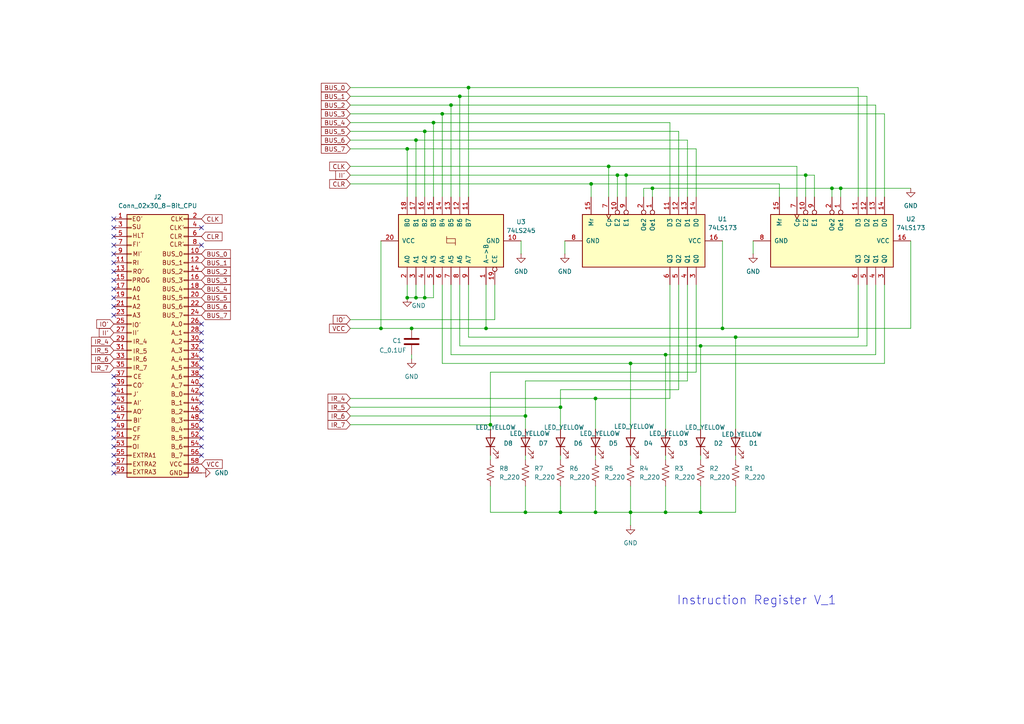
<source format=kicad_sch>
(kicad_sch (version 20231120) (generator "eeschema") (generator_version "8.0")
  (paper "A4")
  (lib_symbols
    (symbol "74xx:74LS173" (pin_names (offset 1.016))
      (property "Reference" "U" (at -7.62 19.05 0))
      (property "Value" "74LS173" (at -7.62 -19.05 0))
      (symbol "74LS173_1_0"
        (pin input inverted (at -12.7 2.54 0) (length 5.08) (name "Oe1") (number "1"))
        (pin input inverted (at -12.7 -7.62 0) (length 5.08) (name "E2") (number "10"))
        (pin input line (at -12.7 7.62 0) (length 5.08) (name "D3") (number "11"))
        (pin input line (at -12.7 10.16 0) (length 5.08) (name "D2") (number "12"))
        (pin input line (at -12.7 12.7 0) (length 5.08) (name "D1") (number "13"))
        (pin input line (at -12.7 15.24 0) (length 5.08) (name "D0") (number "14"))
        (pin input line (at -12.7 -15.24 0) (length 5.08) (name "Mr") (number "15"))
        (pin power_in line (at 0 22.86 270) (length 5.08) (name "VCC") (number "16"))
        (pin input inverted (at -12.7 0 0) (length 5.08) (name "Oe2") (number "2"))
        (pin tri_state line (at 12.7 15.24 180) (length 5.08) (name "Q0") (number "3"))
        (pin tri_state line (at 12.7 12.7 180) (length 5.08) (name "Q1") (number "4"))
        (pin tri_state line (at 12.7 10.16 180) (length 5.08) (name "Q2") (number "5"))
        (pin tri_state line (at 12.7 7.62 180) (length 5.08) (name "Q3") (number "6"))
        (pin input clock (at -12.7 -10.16 0) (length 5.08) (name "Cp") (number "7"))
        (pin power_in line (at 0 -22.86 90) (length 5.08) (name "GND") (number "8"))
        (pin input inverted (at -12.7 -5.08 0) (length 5.08) (name "E1") (number "9"))
      )
      (symbol "74LS173_1_1"
        (rectangle (start -7.62 17.78) (end 7.62 -17.78) (stroke (width 0.254)) (fill (type background)))
      )
    )
    (symbol "74xx:74LS245" (pin_names (offset 1.016))
      (property "Reference" "U" (at -7.62 16.51 0))
      (property "Value" "74LS245" (at -7.62 -16.51 0))
      (symbol "74LS245_1_0"
        (polyline (pts (xy -0.635 -1.27) (xy -0.635 1.27) (xy 0.635 1.27)))
        (polyline (pts (xy -1.27 -1.27) (xy 0.635 -1.27) (xy 0.635 1.27) (xy 1.27 1.27)))
        (pin input line (at -12.7 -10.16 0) (length 5.08) (name "A->B") (number "1"))
        (pin power_in line (at 0 -20.32 90) (length 5.08) (name "GND") (number "10"))
        (pin tri_state line (at 12.7 -5.08 180) (length 5.08) (name "B7") (number "11"))
        (pin tri_state line (at 12.7 -2.54 180) (length 5.08) (name "B6") (number "12"))
        (pin tri_state line (at 12.7 0 180) (length 5.08) (name "B5") (number "13"))
        (pin tri_state line (at 12.7 2.54 180) (length 5.08) (name "B4") (number "14"))
        (pin tri_state line (at 12.7 5.08 180) (length 5.08) (name "B3") (number "15"))
        (pin tri_state line (at 12.7 7.62 180) (length 5.08) (name "B2") (number "16"))
        (pin tri_state line (at 12.7 10.16 180) (length 5.08) (name "B1") (number "17"))
        (pin tri_state line (at 12.7 12.7 180) (length 5.08) (name "B0") (number "18"))
        (pin input inverted (at -12.7 -12.7 0) (length 5.08) (name "CE") (number "19"))
        (pin tri_state line (at -12.7 12.7 0) (length 5.08) (name "A0") (number "2"))
        (pin power_in line (at 0 20.32 270) (length 5.08) (name "VCC") (number "20"))
        (pin tri_state line (at -12.7 10.16 0) (length 5.08) (name "A1") (number "3"))
        (pin tri_state line (at -12.7 7.62 0) (length 5.08) (name "A2") (number "4"))
        (pin tri_state line (at -12.7 5.08 0) (length 5.08) (name "A3") (number "5"))
        (pin tri_state line (at -12.7 2.54 0) (length 5.08) (name "A4") (number "6"))
        (pin tri_state line (at -12.7 0 0) (length 5.08) (name "A5") (number "7"))
        (pin tri_state line (at -12.7 -2.54 0) (length 5.08) (name "A6") (number "8"))
        (pin tri_state line (at -12.7 -5.08 0) (length 5.08) (name "A7") (number "9"))
      )
      (symbol "74LS245_1_1"
        (rectangle (start -7.62 15.24) (end 7.62 -15.24) (stroke (width 0.254)) (fill (type background)))
      )
    )
    (symbol "8_Bit_CPU_Bus_Header:8_Bit_CPU_Bus_Pin_header" (pin_names (offset 1.016) hide)
      (property "Reference" "J" (at 7.62 38.1 0))
      (property "Value" "Conn_02x30_8-Bit_CPU " (at 2.794 -41.148 0))
      (symbol "8_Bit_CPU_Bus_Pin_header_1_1"
        (rectangle (start -7.62 -37.973) (end -6.35 -38.227) (stroke (width 0.1524)))
        (rectangle (start -7.62 -35.433) (end -6.35 -35.687) (stroke (width 0.1524)))
        (rectangle (start -7.62 -32.893) (end -6.35 -33.147) (stroke (width 0.1524)))
        (rectangle (start -7.62 -30.353) (end -6.35 -30.607) (stroke (width 0.1524)))
        (rectangle (start -7.62 -27.813) (end -6.35 -28.067) (stroke (width 0.1524)))
        (rectangle (start -7.62 -25.273) (end -6.35 -25.527) (stroke (width 0.1524)))
        (rectangle (start -7.62 -22.733) (end -6.35 -22.987) (stroke (width 0.1524)))
        (rectangle (start -7.62 -20.193) (end -6.35 -20.447) (stroke (width 0.1524)))
        (rectangle (start -7.62 -17.653) (end -6.35 -17.907) (stroke (width 0.1524)))
        (rectangle (start -7.62 -15.113) (end -6.35 -15.367) (stroke (width 0.1524)))
        (rectangle (start -7.62 -12.573) (end -6.35 -12.827) (stroke (width 0.1524)))
        (rectangle (start -7.62 -10.033) (end -6.35 -10.287) (stroke (width 0.1524)))
        (rectangle (start -7.62 -7.493) (end -6.35 -7.747) (stroke (width 0.1524)))
        (rectangle (start -7.62 -4.953) (end -6.35 -5.207) (stroke (width 0.1524)))
        (rectangle (start -7.62 -2.413) (end -6.35 -2.667) (stroke (width 0.1524)))
        (rectangle (start -7.62 0.127) (end -6.35 -0.127) (stroke (width 0.1524)))
        (rectangle (start -7.62 2.667) (end -6.35 2.413) (stroke (width 0.1524)))
        (rectangle (start -7.62 5.207) (end -6.35 4.953) (stroke (width 0.1524)))
        (rectangle (start -7.62 7.747) (end -6.35 7.493) (stroke (width 0.1524)))
        (rectangle (start -7.62 10.287) (end -6.35 10.033) (stroke (width 0.1524)))
        (rectangle (start -7.62 12.827) (end -6.35 12.573) (stroke (width 0.1524)))
        (rectangle (start -7.62 15.367) (end -6.35 15.113) (stroke (width 0.1524)))
        (rectangle (start -7.62 17.907) (end -6.35 17.653) (stroke (width 0.1524)))
        (rectangle (start -7.62 20.447) (end -6.35 20.193) (stroke (width 0.1524)))
        (rectangle (start -7.62 22.987) (end -6.35 22.733) (stroke (width 0.1524)))
        (rectangle (start -7.62 25.527) (end -6.35 25.273) (stroke (width 0.1524)))
        (rectangle (start -7.62 28.067) (end -6.35 27.813) (stroke (width 0.1524)))
        (rectangle (start -7.62 30.607) (end -6.35 30.353) (stroke (width 0.1524)))
        (rectangle (start -7.62 33.147) (end -6.35 32.893) (stroke (width 0.1524)))
        (rectangle (start -7.62 35.687) (end -6.35 35.433) (stroke (width 0.1524)))
        (rectangle (start -7.62 36.83) (end 10.16 -39.37) (stroke (width 0.254)) (fill (type background)))
        (rectangle (start 10.16 -37.973) (end 8.89 -38.227) (stroke (width 0.1524)))
        (rectangle (start 10.16 -35.433) (end 8.89 -35.687) (stroke (width 0.1524)))
        (rectangle (start 10.16 -32.893) (end 8.89 -33.147) (stroke (width 0.1524)))
        (rectangle (start 10.16 -30.353) (end 8.89 -30.607) (stroke (width 0.1524)))
        (rectangle (start 10.16 -27.813) (end 8.89 -28.067) (stroke (width 0.1524)))
        (rectangle (start 10.16 -25.273) (end 8.89 -25.527) (stroke (width 0.1524)))
        (rectangle (start 10.16 -22.733) (end 8.89 -22.987) (stroke (width 0.1524)))
        (rectangle (start 10.16 -20.193) (end 8.89 -20.447) (stroke (width 0.1524)))
        (rectangle (start 10.16 -17.653) (end 8.89 -17.907) (stroke (width 0.1524)))
        (rectangle (start 10.16 -15.113) (end 8.89 -15.367) (stroke (width 0.1524)))
        (rectangle (start 10.16 -12.573) (end 8.89 -12.827) (stroke (width 0.1524)))
        (rectangle (start 10.16 -10.033) (end 8.89 -10.287) (stroke (width 0.1524)))
        (rectangle (start 10.16 -7.493) (end 8.89 -7.747) (stroke (width 0.1524)))
        (rectangle (start 10.16 -4.953) (end 8.89 -5.207) (stroke (width 0.1524)))
        (rectangle (start 10.16 -2.413) (end 8.89 -2.667) (stroke (width 0.1524)))
        (rectangle (start 10.16 0.127) (end 8.89 -0.127) (stroke (width 0.1524)))
        (rectangle (start 10.16 2.667) (end 8.89 2.413) (stroke (width 0.1524)))
        (rectangle (start 10.16 5.207) (end 8.89 4.953) (stroke (width 0.1524)))
        (rectangle (start 10.16 7.747) (end 8.89 7.493) (stroke (width 0.1524)))
        (rectangle (start 10.16 10.287) (end 8.89 10.033) (stroke (width 0.1524)))
        (rectangle (start 10.16 12.827) (end 8.89 12.573) (stroke (width 0.1524)))
        (rectangle (start 10.16 15.367) (end 8.89 15.113) (stroke (width 0.1524)))
        (rectangle (start 10.16 17.907) (end 8.89 17.653) (stroke (width 0.1524)))
        (rectangle (start 10.16 20.447) (end 8.89 20.193) (stroke (width 0.1524)))
        (rectangle (start 10.16 22.987) (end 8.89 22.733) (stroke (width 0.1524)))
        (rectangle (start 10.16 25.527) (end 8.89 25.273) (stroke (width 0.1524)))
        (rectangle (start 10.16 28.067) (end 8.89 27.813) (stroke (width 0.1524)))
        (rectangle (start 10.16 30.607) (end 8.89 30.353) (stroke (width 0.1524)))
        (rectangle (start 10.16 33.147) (end 8.89 32.893) (stroke (width 0.1524)))
        (rectangle (start 10.16 35.687) (end 8.89 35.433) (stroke (width 0.1524)))
        (text "A0" (at -4.826 15.24 0) (effects (font (size 1.27 1.27))))
        (text "A1" (at -4.826 12.7 0) (effects (font (size 1.27 1.27))))
        (text "A2" (at -4.826 10.16 0) (effects (font (size 1.27 1.27))))
        (text "A3" (at -4.826 7.62 0) (effects (font (size 1.27 1.27))))
        (text "A_0" (at 6.858 5.08 0) (effects (font (size 1.27 1.27))))
        (text "A_1" (at 6.858 2.54 0) (effects (font (size 1.27 1.27))))
        (text "A_2" (at 6.858 0 0) (effects (font (size 1.27 1.27))))
        (text "A_3" (at 6.858 -2.54 0) (effects (font (size 1.27 1.27))))
        (text "A_4" (at 6.858 -5.08 0) (effects (font (size 1.27 1.27))))
        (text "A_5" (at 6.858 -7.62 0) (effects (font (size 1.27 1.27))))
        (text "A_6" (at 6.858 -10.16 0) (effects (font (size 1.27 1.27))))
        (text "A_7" (at 6.858 -12.7 0) (effects (font (size 1.27 1.27))))
        (text "AI'" (at -4.572 -17.78 0) (effects (font (size 1.27 1.27))))
        (text "AO'" (at -4.318 -20.32 0) (effects (font (size 1.27 1.27))))
        (text "B_0" (at 6.858 -15.24 0) (effects (font (size 1.27 1.27))))
        (text "B_1" (at 6.858 -17.78 0) (effects (font (size 1.27 1.27))))
        (text "B_2" (at 6.858 -20.32 0) (effects (font (size 1.27 1.27))))
        (text "B_3" (at 6.858 -22.86 0) (effects (font (size 1.27 1.27))))
        (text "B_4" (at 6.858 -25.4 0) (effects (font (size 1.27 1.27))))
        (text "B_5" (at 6.858 -27.94 0) (effects (font (size 1.27 1.27))))
        (text "B_6" (at 6.858 -30.48 0) (effects (font (size 1.27 1.27))))
        (text "B_7" (at 6.858 -33.02 0) (effects (font (size 1.27 1.27))))
        (text "BI'" (at -4.572 -22.86 0) (effects (font (size 1.27 1.27))))
        (text "BUS_0" (at 5.588 25.4 0) (effects (font (size 1.27 1.27))))
        (text "BUS_1" (at 5.588 22.86 0) (effects (font (size 1.27 1.27))))
        (text "BUS_2" (at 5.588 20.32 0) (effects (font (size 1.27 1.27))))
        (text "BUS_3" (at 5.588 17.78 0) (effects (font (size 1.27 1.27))))
        (text "BUS_4" (at 5.588 15.24 0) (effects (font (size 1.27 1.27))))
        (text "BUS_5" (at 5.588 12.7 0) (effects (font (size 1.27 1.27))))
        (text "BUS_6" (at 5.588 10.16 0) (effects (font (size 1.27 1.27))))
        (text "BUS_7" (at 5.588 7.62 0) (effects (font (size 1.27 1.27))))
        (text "CE" (at -4.572 -10.16 0) (effects (font (size 1.27 1.27))))
        (text "CF" (at -4.826 -25.4 0) (effects (font (size 1.27 1.27))))
        (text "CLK" (at 6.858 35.56 0) (effects (font (size 1.27 1.27))))
        (text "CLK'" (at 6.858 33.02 0) (effects (font (size 1.27 1.27))))
        (text "CLR" (at 6.604 30.48 0) (effects (font (size 1.27 1.27))))
        (text "CLR'" (at 6.858 28.194 0) (effects (font (size 1.27 1.27))))
        (text "CO'" (at -4.318 -12.7 0) (effects (font (size 1.27 1.27))))
        (text "EO'" (at -4.572 35.56 0) (effects (font (size 1.27 1.27))))
        (text "EXTRA1" (at -2.54 -33.02 0) (effects (font (size 1.27 1.27))))
        (text "EXTRA2" (at -2.54 -35.56 0) (effects (font (size 1.27 1.27))))
        (text "EXTRA3" (at -2.54 -37.846 0) (effects (font (size 1.27 1.27))))
        (text "FI'" (at -4.826 28.194 0) (effects (font (size 1.27 1.27))))
        (text "GND" (at 6.604 -38.1 0) (effects (font (size 1.27 1.27))))
        (text "HLT" (at -4.318 30.734 0) (effects (font (size 1.27 1.27))))
        (text "II'" (at -5.08 2.54 0) (effects (font (size 1.27 1.27))))
        (text "IO'" (at -4.826 4.826 0) (effects (font (size 1.27 1.27))))
        (text "IR_4" (at -3.81 0 0) (effects (font (size 1.27 1.27))))
        (text "IR_5" (at -3.81 -2.794 0) (effects (font (size 1.27 1.27))))
        (text "IR_6" (at -3.81 -5.08 0) (effects (font (size 1.27 1.27))))
        (text "IR_7" (at -3.81 -7.62 0) (effects (font (size 1.27 1.27))))
        (text "J'" (at -5.08 -15.24 0) (effects (font (size 1.27 1.27))))
        (text "MI'" (at -4.572 25.4 0) (effects (font (size 1.27 1.27))))
        (text "OI" (at -5.08 -30.48 0) (effects (font (size 1.27 1.27))))
        (text "PROG" (at -3.556 17.78 0) (effects (font (size 1.27 1.27))))
        (text "RI" (at -5.08 22.86 0) (effects (font (size 1.27 1.27))))
        (text "RO'" (at -4.318 20.32 0) (effects (font (size 1.27 1.27))))
        (text "SU" (at -4.826 33.274 0) (effects (font (size 1.27 1.27))))
        (text "VCC" (at 6.604 -35.56 0) (effects (font (size 1.27 1.27))))
        (text "ZF" (at -4.826 -27.94 0) (effects (font (size 1.27 1.27))))
        (pin passive line (at -11.43 35.56 0) (length 3.81) (name "Pin_1") (number "1"))
        (pin passive line (at 13.97 25.4 180) (length 3.81) (name "Pin_10") (number "10"))
        (pin passive line (at -11.43 22.86 0) (length 3.81) (name "Pin_11") (number "11"))
        (pin passive line (at 13.97 22.86 180) (length 3.81) (name "Pin_12") (number "12"))
        (pin passive line (at -11.43 20.32 0) (length 3.81) (name "Pin_13") (number "13"))
        (pin passive line (at 13.97 20.32 180) (length 3.81) (name "Pin_14") (number "14"))
        (pin passive line (at -11.43 17.78 0) (length 3.81) (name "Pin_15") (number "15"))
        (pin passive line (at 13.97 17.78 180) (length 3.81) (name "Pin_16") (number "16"))
        (pin passive line (at -11.43 15.24 0) (length 3.81) (name "Pin_17") (number "17"))
        (pin passive line (at 13.97 15.24 180) (length 3.81) (name "Pin_18") (number "18"))
        (pin passive line (at -11.43 12.7 0) (length 3.81) (name "Pin_19") (number "19"))
        (pin passive line (at 13.97 35.56 180) (length 3.81) (name "Pin_2") (number "2"))
        (pin passive line (at 13.97 12.7 180) (length 3.81) (name "Pin_20") (number "20"))
        (pin passive line (at -11.43 10.16 0) (length 3.81) (name "Pin_21") (number "21"))
        (pin passive line (at 13.97 10.16 180) (length 3.81) (name "Pin_22") (number "22"))
        (pin passive line (at -11.43 7.62 0) (length 3.81) (name "Pin_23") (number "23"))
        (pin passive line (at 13.97 7.62 180) (length 3.81) (name "Pin_24") (number "24"))
        (pin passive line (at -11.43 5.08 0) (length 3.81) (name "Pin_25") (number "25"))
        (pin passive line (at 13.97 5.08 180) (length 3.81) (name "Pin_26") (number "26"))
        (pin passive line (at -11.43 2.54 0) (length 3.81) (name "Pin_27") (number "27"))
        (pin passive line (at 13.97 2.54 180) (length 3.81) (name "Pin_28") (number "28"))
        (pin passive line (at -11.43 0 0) (length 3.81) (name "Pin_29") (number "29"))
        (pin passive line (at -11.43 33.02 0) (length 3.81) (name "Pin_3") (number "3"))
        (pin passive line (at 13.97 0 180) (length 3.81) (name "Pin_30") (number "30"))
        (pin passive line (at -11.43 -2.54 0) (length 3.81) (name "Pin_31") (number "31"))
        (pin passive line (at 13.97 -2.54 180) (length 3.81) (name "Pin_32") (number "32"))
        (pin passive line (at -11.43 -5.08 0) (length 3.81) (name "Pin_33") (number "33"))
        (pin passive line (at 13.97 -5.08 180) (length 3.81) (name "Pin_34") (number "34"))
        (pin passive line (at -11.43 -7.62 0) (length 3.81) (name "Pin_35") (number "35"))
        (pin passive line (at 13.97 -7.62 180) (length 3.81) (name "Pin_36") (number "36"))
        (pin passive line (at -11.43 -10.16 0) (length 3.81) (name "Pin_37") (number "37"))
        (pin passive line (at 13.97 -10.16 180) (length 3.81) (name "Pin_38") (number "38"))
        (pin passive line (at -11.43 -12.7 0) (length 3.81) (name "Pin_39") (number "39"))
        (pin passive line (at 13.97 33.02 180) (length 3.81) (name "Pin_4") (number "4"))
        (pin passive line (at 13.97 -12.7 180) (length 3.81) (name "Pin_40") (number "40"))
        (pin passive line (at -11.43 -15.24 0) (length 3.81) (name "Pin_41") (number "41"))
        (pin passive line (at 13.97 -15.24 180) (length 3.81) (name "Pin_42") (number "42"))
        (pin passive line (at -11.43 -17.78 0) (length 3.81) (name "Pin_43") (number "43"))
        (pin passive line (at 13.97 -17.78 180) (length 3.81) (name "Pin_44") (number "44"))
        (pin passive line (at -11.43 -20.32 0) (length 3.81) (name "Pin_45") (number "45"))
        (pin passive line (at 13.97 -20.32 180) (length 3.81) (name "Pin_46") (number "46"))
        (pin passive line (at -11.43 -22.86 0) (length 3.81) (name "Pin_47") (number "47"))
        (pin passive line (at 13.97 -22.86 180) (length 3.81) (name "Pin_48") (number "48"))
        (pin passive line (at -11.43 -25.4 0) (length 3.81) (name "Pin_49") (number "49"))
        (pin passive line (at -11.43 30.48 0) (length 3.81) (name "Pin_5") (number "5"))
        (pin passive line (at 13.97 -25.4 180) (length 3.81) (name "Pin_50") (number "50"))
        (pin passive line (at -11.43 -27.94 0) (length 3.81) (name "Pin_51") (number "51"))
        (pin passive line (at 13.97 -27.94 180) (length 3.81) (name "Pin_52") (number "52"))
        (pin passive line (at -11.43 -30.48 0) (length 3.81) (name "Pin_53") (number "53"))
        (pin passive line (at 13.97 -30.48 180) (length 3.81) (name "Pin_54") (number "54"))
        (pin passive line (at -11.43 -33.02 0) (length 3.81) (name "Pin_55") (number "55"))
        (pin passive line (at 13.97 -33.02 180) (length 3.81) (name "Pin_56") (number "56"))
        (pin passive line (at -11.43 -35.56 0) (length 3.81) (name "Pin_57") (number "57"))
        (pin passive line (at 13.97 -35.56 180) (length 3.81) (name "Pin_58") (number "58"))
        (pin passive line (at -11.43 -38.1 0) (length 3.81) (name "Pin_59") (number "59"))
        (pin passive line (at 13.97 30.48 180) (length 3.81) (name "Pin_6") (number "6"))
        (pin passive line (at 13.97 -38.1 180) (length 3.81) (name "Pin_60") (number "60"))
        (pin passive line (at -11.43 27.94 0) (length 3.81) (name "Pin_7") (number "7"))
        (pin passive line (at 13.97 27.94 180) (length 3.81) (name "Pin_8") (number "8"))
        (pin passive line (at -11.43 25.4 0) (length 3.81) (name "Pin_9") (number "9"))
      )
    )
    (symbol "Device:C" (pin_numbers hide) (pin_names (offset 0.254))
      (property "Reference" "C" (at 0.635 2.54 0))
      (property "Value" "C" (at 0.635 -2.54 0))
      (symbol "C_0_1"
        (polyline (pts (xy -2.032 -0.762) (xy 2.032 -0.762)) (stroke (width 0.508)))
        (polyline (pts (xy -2.032 0.762) (xy 2.032 0.762)) (stroke (width 0.508)))
      )
      (symbol "C_1_1"
        (pin passive line (at 0 3.81 270) (length 2.794) (name "~") (number "1"))
        (pin passive line (at 0 -3.81 90) (length 2.794) (name "~") (number "2"))
      )
    )
    (symbol "Device:LED" (pin_numbers hide) (pin_names (offset 1.016) hide)
      (property "Reference" "D" (at 0 2.54 0))
      (property "Value" "LED" (at 0 -2.54 0))
      (symbol "LED_0_1"
        (polyline (pts (xy -1.27 -1.27) (xy -1.27 1.27)) (stroke (width 0.254)))
        (polyline (pts (xy -1.27 0) (xy 1.27 0)))
        (polyline (pts (xy 1.27 -1.27) (xy 1.27 1.27) (xy -1.27 0) (xy 1.27 -1.27)) (stroke (width 0.254)))
        (polyline (pts (xy -3.048 -0.762) (xy -4.572 -2.286) (xy -3.81 -2.286) (xy -4.572 -2.286) (xy -4.572 -1.524)))
        (polyline (pts (xy -1.778 -0.762) (xy -3.302 -2.286) (xy -2.54 -2.286) (xy -3.302 -2.286) (xy -3.302 -1.524)))
      )
      (symbol "LED_1_1"
        (pin passive line (at -3.81 0 0) (length 2.54) (name "K") (number "1"))
        (pin passive line (at 3.81 0 180) (length 2.54) (name "A") (number "2"))
      )
    )
    (symbol "Device:R_US" (pin_numbers hide) (pin_names (offset 0))
      (property "Reference" "R" (at 2.54 0 90))
      (property "Value" "R_US" (at -2.54 0 90))
      (symbol "R_US_0_1"
        (polyline (pts (xy 0 -2.286) (xy 0 -2.54)))
        (polyline (pts (xy 0 2.286) (xy 0 2.54)))
        (polyline (pts (xy 0 -0.762) (xy 1.016 -1.143) (xy 0 -1.524) (xy -1.016 -1.905) (xy 0 -2.286)))
        (polyline (pts (xy 0 0.762) (xy 1.016 0.381) (xy 0 0) (xy -1.016 -0.381) (xy 0 -0.762)))
        (polyline (pts (xy 0 2.286) (xy 1.016 1.905) (xy 0 1.524) (xy -1.016 1.143) (xy 0 0.762)))
      )
      (symbol "R_US_1_1"
        (pin passive line (at 0 3.81 270) (length 1.27) (name "~") (number "1"))
        (pin passive line (at 0 -3.81 90) (length 1.27) (name "~") (number "2"))
      )
    )
    (symbol "power:GND" (power) (pin_numbers hide) (pin_names (offset 0) hide)
      (property "Value" "GND" (at 0 -3.81 0))
      (symbol "GND_0_1"
        (polyline (pts (xy 0 0) (xy 0 -1.27) (xy 1.27 -1.27) (xy 0 -2.54) (xy -1.27 -1.27) (xy 0 -1.27)))
      )
      (symbol "GND_1_1"
        (pin power_in line (at 0 0 270) (length 0) (name "~") (number "1"))
      )
    )
  )
  (junction (at 172.72 148.59))
  (junction (at 140.97 95.25))
  (junction (at 135.89 25.4))
  (junction (at 125.73 35.56))
  (junction (at 162.56 148.59))
  (junction (at 152.4 148.59))
  (junction (at 193.04 148.59))
  (junction (at 119.38 95.25))
  (junction (at 118.11 43.18))
  (junction (at 182.88 148.59))
  (junction (at 123.19 86.36))
  (junction (at 241.3 54.61))
  (junction (at 243.84 54.61))
  (junction (at 171.45 53.34))
  (junction (at 181.61 50.8))
  (junction (at 233.68 50.8))
  (junction (at 142.24 123.19))
  (junction (at 213.36 97.79))
  (junction (at 120.65 86.36))
  (junction (at 120.65 40.64))
  (junction (at 123.19 38.1))
  (junction (at 133.35 27.94))
  (junction (at 209.55 95.25))
  (junction (at 162.56 118.11))
  (junction (at 130.81 30.48))
  (junction (at 189.23 54.61))
  (junction (at 128.27 33.02))
  (junction (at 152.4 120.65))
  (junction (at 203.2 100.33))
  (junction (at 203.2 148.59))
  (junction (at 182.88 105.41))
  (junction (at 179.07 50.8))
  (junction (at 193.04 102.87))
  (junction (at 172.72 115.57))
  (junction (at 110.49 95.25))
  (junction (at 176.53 48.26))
  (junction (at 118.11 86.36))
  (no_connect (at 58.42 71.12))
  (no_connect (at 58.42 93.98))
  (no_connect (at 33.02 121.92))
  (no_connect (at 58.42 66.04))
  (no_connect (at 33.02 129.54))
  (no_connect (at 33.02 83.82))
  (no_connect (at 33.02 119.38))
  (no_connect (at 58.42 109.22))
  (no_connect (at 33.02 63.5))
  (no_connect (at 58.42 101.6))
  (no_connect (at 33.02 86.36))
  (no_connect (at 58.42 124.46))
  (no_connect (at 58.42 121.92))
  (no_connect (at 33.02 132.08))
  (no_connect (at 58.42 114.3))
  (no_connect (at 33.02 78.74))
  (no_connect (at 58.42 127))
  (no_connect (at 33.02 137.16))
  (no_connect (at 58.42 106.68))
  (no_connect (at 58.42 132.08))
  (no_connect (at 58.42 99.06))
  (no_connect (at 58.42 111.76))
  (no_connect (at 58.42 96.52))
  (no_connect (at 33.02 109.22))
  (no_connect (at 33.02 68.58))
  (no_connect (at 58.42 119.38))
  (no_connect (at 33.02 127))
  (no_connect (at 58.42 104.14))
  (no_connect (at 58.42 116.84))
  (no_connect (at 33.02 116.84))
  (no_connect (at 33.02 73.66))
  (no_connect (at 58.42 129.54))
  (no_connect (at 33.02 81.28))
  (no_connect (at 33.02 88.9))
  (no_connect (at 33.02 91.44))
  (no_connect (at 33.02 76.2))
  (no_connect (at 33.02 114.3))
  (no_connect (at 33.02 124.46))
  (no_connect (at 33.02 71.12))
  (no_connect (at 33.02 134.62))
  (no_connect (at 33.02 66.04))
  (no_connect (at 33.02 111.76))
  (wire (pts (xy 101.6 123.19) (xy 142.24 123.19)))
  (wire (pts (xy 251.46 27.94) (xy 251.46 57.15)))
  (wire (pts (xy 101.6 35.56) (xy 125.73 35.56)))
  (wire (pts (xy 101.6 43.18) (xy 118.11 43.18)))
  (wire (pts (xy 162.56 140.97) (xy 162.56 148.59)))
  (wire (pts (xy 130.81 102.87) (xy 130.81 82.55)))
  (wire (pts (xy 186.69 57.15) (xy 186.69 54.61)))
  (wire (pts (xy 213.36 97.79) (xy 213.36 124.46)))
  (wire (pts (xy 101.6 50.8) (xy 179.07 50.8)))
  (wire (pts (xy 125.73 82.55) (xy 125.73 86.36)))
  (wire (pts (xy 203.2 100.33) (xy 251.46 100.33)))
  (wire (pts (xy 118.11 82.55) (xy 118.11 86.36)))
  (wire (pts (xy 176.53 48.26) (xy 231.14 48.26)))
  (wire (pts (xy 203.2 100.33) (xy 133.35 100.33)))
  (wire (pts (xy 213.36 132.08) (xy 213.36 133.35)))
  (wire (pts (xy 135.89 25.4) (xy 135.89 57.15)))
  (wire (pts (xy 213.36 97.79) (xy 248.92 97.79)))
  (wire (pts (xy 194.31 115.57) (xy 172.72 115.57)))
  (wire (pts (xy 194.31 82.55) (xy 194.31 115.57)))
  (wire (pts (xy 251.46 82.55) (xy 251.46 100.33)))
  (wire (pts (xy 120.65 40.64) (xy 120.65 57.15)))
  (wire (pts (xy 218.44 69.85) (xy 218.44 73.66)))
  (wire (pts (xy 123.19 86.36) (xy 120.65 86.36)))
  (wire (pts (xy 162.56 148.59) (xy 172.72 148.59)))
  (wire (pts (xy 101.6 25.4) (xy 135.89 25.4)))
  (wire (pts (xy 193.04 132.08) (xy 193.04 133.35)))
  (wire (pts (xy 203.2 132.08) (xy 203.2 133.35)))
  (wire (pts (xy 172.72 132.08) (xy 172.72 133.35)))
  (wire (pts (xy 203.2 140.97) (xy 203.2 148.59)))
  (wire (pts (xy 142.24 140.97) (xy 142.24 148.59)))
  (wire (pts (xy 201.93 82.55) (xy 201.93 107.95)))
  (wire (pts (xy 248.92 25.4) (xy 248.92 57.15)))
  (wire (pts (xy 193.04 148.59) (xy 182.88 148.59)))
  (wire (pts (xy 189.23 54.61) (xy 189.23 57.15)))
  (wire (pts (xy 101.6 33.02) (xy 128.27 33.02)))
  (wire (pts (xy 152.4 132.08) (xy 152.4 133.35)))
  (wire (pts (xy 101.6 38.1) (xy 123.19 38.1)))
  (wire (pts (xy 140.97 82.55) (xy 140.97 95.25)))
  (wire (pts (xy 162.56 113.03) (xy 162.56 118.11)))
  (wire (pts (xy 193.04 102.87) (xy 193.04 124.46)))
  (wire (pts (xy 101.6 92.71) (xy 143.51 92.71)))
  (wire (pts (xy 151.13 69.85) (xy 151.13 73.66)))
  (wire (pts (xy 152.4 148.59) (xy 162.56 148.59)))
  (wire (pts (xy 189.23 54.61) (xy 241.3 54.61)))
  (wire (pts (xy 110.49 69.85) (xy 110.49 95.25)))
  (wire (pts (xy 254 82.55) (xy 254 102.87)))
  (wire (pts (xy 233.68 50.8) (xy 236.22 50.8)))
  (wire (pts (xy 264.16 69.85) (xy 264.16 95.25)))
  (wire (pts (xy 120.65 40.64) (xy 199.39 40.64)))
  (wire (pts (xy 119.38 102.87) (xy 119.38 104.14)))
  (wire (pts (xy 142.24 123.19) (xy 142.24 124.46)))
  (wire (pts (xy 101.6 40.64) (xy 120.65 40.64)))
  (wire (pts (xy 133.35 27.94) (xy 251.46 27.94)))
  (wire (pts (xy 152.4 110.49) (xy 152.4 120.65)))
  (wire (pts (xy 123.19 82.55) (xy 123.19 86.36)))
  (wire (pts (xy 231.14 57.15) (xy 231.14 48.26)))
  (wire (pts (xy 163.83 69.85) (xy 163.83 73.66)))
  (wire (pts (xy 125.73 35.56) (xy 125.73 57.15)))
  (wire (pts (xy 179.07 50.8) (xy 181.61 50.8)))
  (wire (pts (xy 123.19 38.1) (xy 196.85 38.1)))
  (wire (pts (xy 142.24 132.08) (xy 142.24 133.35)))
  (wire (pts (xy 135.89 97.79) (xy 135.89 82.55)))
  (wire (pts (xy 101.6 48.26) (xy 176.53 48.26)))
  (wire (pts (xy 201.93 43.18) (xy 201.93 57.15)))
  (wire (pts (xy 101.6 53.34) (xy 171.45 53.34)))
  (wire (pts (xy 125.73 35.56) (xy 194.31 35.56)))
  (wire (pts (xy 123.19 86.36) (xy 125.73 86.36)))
  (wire (pts (xy 162.56 132.08) (xy 162.56 133.35)))
  (wire (pts (xy 193.04 140.97) (xy 193.04 148.59)))
  (wire (pts (xy 203.2 100.33) (xy 203.2 124.46)))
  (wire (pts (xy 241.3 54.61) (xy 241.3 57.15)))
  (wire (pts (xy 199.39 40.64) (xy 199.39 57.15)))
  (wire (pts (xy 128.27 82.55) (xy 128.27 105.41)))
  (wire (pts (xy 193.04 102.87) (xy 130.81 102.87)))
  (wire (pts (xy 213.36 97.79) (xy 135.89 97.79)))
  (wire (pts (xy 182.88 105.41) (xy 182.88 124.46)))
  (wire (pts (xy 142.24 107.95) (xy 142.24 123.19)))
  (wire (pts (xy 172.72 148.59) (xy 182.88 148.59)))
  (wire (pts (xy 152.4 140.97) (xy 152.4 148.59)))
  (wire (pts (xy 133.35 27.94) (xy 133.35 57.15)))
  (wire (pts (xy 196.85 113.03) (xy 162.56 113.03)))
  (wire (pts (xy 179.07 50.8) (xy 179.07 57.15)))
  (wire (pts (xy 101.6 27.94) (xy 133.35 27.94)))
  (wire (pts (xy 182.88 140.97) (xy 182.88 148.59)))
  (wire (pts (xy 256.54 82.55) (xy 256.54 105.41)))
  (wire (pts (xy 226.06 53.34) (xy 226.06 57.15)))
  (wire (pts (xy 120.65 82.55) (xy 120.65 86.36)))
  (wire (pts (xy 199.39 82.55) (xy 199.39 110.49)))
  (wire (pts (xy 243.84 54.61) (xy 243.84 57.15)))
  (wire (pts (xy 123.19 38.1) (xy 123.19 57.15)))
  (wire (pts (xy 203.2 148.59) (xy 193.04 148.59)))
  (wire (pts (xy 182.88 132.08) (xy 182.88 133.35)))
  (wire (pts (xy 118.11 43.18) (xy 118.11 57.15)))
  (wire (pts (xy 181.61 50.8) (xy 233.68 50.8)))
  (wire (pts (xy 176.53 48.26) (xy 176.53 57.15)))
  (wire (pts (xy 181.61 50.8) (xy 181.61 57.15)))
  (wire (pts (xy 143.51 82.55) (xy 143.51 92.71)))
  (wire (pts (xy 209.55 69.85) (xy 209.55 95.25)))
  (wire (pts (xy 226.06 53.34) (xy 171.45 53.34)))
  (wire (pts (xy 194.31 35.56) (xy 194.31 57.15)))
  (wire (pts (xy 236.22 57.15) (xy 236.22 50.8)))
  (wire (pts (xy 135.89 25.4) (xy 248.92 25.4)))
  (wire (pts (xy 130.81 30.48) (xy 130.81 57.15)))
  (wire (pts (xy 243.84 54.61) (xy 264.16 54.61)))
  (wire (pts (xy 241.3 54.61) (xy 243.84 54.61)))
  (wire (pts (xy 162.56 118.11) (xy 162.56 124.46)))
  (wire (pts (xy 172.72 140.97) (xy 172.72 148.59)))
  (wire (pts (xy 118.11 43.18) (xy 201.93 43.18)))
  (wire (pts (xy 128.27 105.41) (xy 182.88 105.41)))
  (wire (pts (xy 142.24 148.59) (xy 152.4 148.59)))
  (wire (pts (xy 101.6 30.48) (xy 130.81 30.48)))
  (wire (pts (xy 101.6 95.25) (xy 110.49 95.25)))
  (wire (pts (xy 119.38 95.25) (xy 110.49 95.25)))
  (wire (pts (xy 233.68 50.8) (xy 233.68 57.15)))
  (wire (pts (xy 140.97 95.25) (xy 209.55 95.25)))
  (wire (pts (xy 248.92 82.55) (xy 248.92 97.79)))
  (wire (pts (xy 120.65 86.36) (xy 118.11 86.36)))
  (wire (pts (xy 101.6 120.65) (xy 152.4 120.65)))
  (wire (pts (xy 130.81 30.48) (xy 254 30.48)))
  (wire (pts (xy 172.72 115.57) (xy 101.6 115.57)))
  (wire (pts (xy 256.54 33.02) (xy 256.54 57.15)))
  (wire (pts (xy 119.38 95.25) (xy 140.97 95.25)))
  (wire (pts (xy 254 30.48) (xy 254 57.15)))
  (wire (pts (xy 128.27 33.02) (xy 256.54 33.02)))
  (wire (pts (xy 213.36 140.97) (xy 213.36 148.59)))
  (wire (pts (xy 182.88 105.41) (xy 256.54 105.41)))
  (wire (pts (xy 172.72 115.57) (xy 172.72 124.46)))
  (wire (pts (xy 142.24 107.95) (xy 201.93 107.95)))
  (wire (pts (xy 128.27 33.02) (xy 128.27 57.15)))
  (wire (pts (xy 101.6 118.11) (xy 162.56 118.11)))
  (wire (pts (xy 182.88 148.59) (xy 182.88 152.4)))
  (wire (pts (xy 199.39 110.49) (xy 152.4 110.49)))
  (wire (pts (xy 203.2 148.59) (xy 213.36 148.59)))
  (wire (pts (xy 196.85 38.1) (xy 196.85 57.15)))
  (wire (pts (xy 209.55 95.25) (xy 264.16 95.25)))
  (wire (pts (xy 196.85 82.55) (xy 196.85 113.03)))
  (wire (pts (xy 171.45 53.34) (xy 171.45 57.15)))
  (wire (pts (xy 193.04 102.87) (xy 254 102.87)))
  (wire (pts (xy 186.69 54.61) (xy 189.23 54.61)))
  (wire (pts (xy 133.35 100.33) (xy 133.35 82.55)))
  (wire (pts (xy 152.4 120.65) (xy 152.4 124.46)))
  (text "Instruction Register V_1\n" (at 219.456 174.244 0) (effects (font (size 2.54 2.54))))
  (global_label "BUS_3" (shape input) (at 101.6 33.02 180) (property "Intersheetrefs" "${INTERSHEET_REFS}" (effects (hide yes))))
  (global_label "CLR" (shape input) (at 101.6 53.34 180) (property "Intersheetrefs" "${INTERSHEET_REFS}" (effects (hide yes))))
  (global_label "IR_7" (shape input) (at 101.6 123.19 180) (property "Intersheetrefs" "${INTERSHEET_REFS}" (effects (hide yes))))
  (global_label "BUS_4" (shape input) (at 58.42 83.82 0) (property "Intersheetrefs" "${INTERSHEET_REFS}" (effects (hide yes))))
  (global_label "CLK" (shape input) (at 101.6 48.26 180) (property "Intersheetrefs" "${INTERSHEET_REFS}" (effects (hide yes))))
  (global_label "IR_6" (shape input) (at 101.6 120.65 180) (property "Intersheetrefs" "${INTERSHEET_REFS}" (effects (hide yes))))
  (global_label "BUS_2" (shape input) (at 101.6 30.48 180) (property "Intersheetrefs" "${INTERSHEET_REFS}" (effects (hide yes))))
  (global_label "BUS_6" (shape input) (at 101.6 40.64 180) (property "Intersheetrefs" "${INTERSHEET_REFS}" (effects (hide yes))))
  (global_label "IR_7" (shape input) (at 33.02 106.68 180) (property "Intersheetrefs" "${INTERSHEET_REFS}" (effects (hide yes))))
  (global_label "BUS_0" (shape input) (at 101.6 25.4 180) (property "Intersheetrefs" "${INTERSHEET_REFS}" (effects (hide yes))))
  (global_label "BUS_4" (shape input) (at 101.6 35.56 180) (property "Intersheetrefs" "${INTERSHEET_REFS}" (effects (hide yes))))
  (global_label "IR_6" (shape input) (at 33.02 104.14 180) (property "Intersheetrefs" "${INTERSHEET_REFS}" (effects (hide yes))))
  (global_label "VCC" (shape input) (at 58.42 134.62 0) (property "Intersheetrefs" "${INTERSHEET_REFS}" (effects (hide yes))))
  (global_label "VCC" (shape input) (at 101.6 95.25 180) (property "Intersheetrefs" "${INTERSHEET_REFS}" (effects (hide yes))))
  (global_label "BUS_7" (shape input) (at 58.42 91.44 0) (property "Intersheetrefs" "${INTERSHEET_REFS}" (effects (hide yes))))
  (global_label "IO'" (shape input) (at 101.6 92.71 180) (property "Intersheetrefs" "${INTERSHEET_REFS}" (effects (hide yes))))
  (global_label "IR_5" (shape input) (at 33.02 101.6 180) (property "Intersheetrefs" "${INTERSHEET_REFS}" (effects (hide yes))))
  (global_label "BUS_2" (shape input) (at 58.42 78.74 0) (property "Intersheetrefs" "${INTERSHEET_REFS}" (effects (hide yes))))
  (global_label "BUS_6" (shape input) (at 58.42 88.9 0) (property "Intersheetrefs" "${INTERSHEET_REFS}" (effects (hide yes))))
  (global_label "BUS_0" (shape input) (at 58.42 73.66 0) (property "Intersheetrefs" "${INTERSHEET_REFS}" (effects (hide yes))))
  (global_label "BUS_3" (shape input) (at 58.42 81.28 0) (property "Intersheetrefs" "${INTERSHEET_REFS}" (effects (hide yes))))
  (global_label "IR_4" (shape input) (at 33.02 99.06 180) (property "Intersheetrefs" "${INTERSHEET_REFS}" (effects (hide yes))))
  (global_label "IR_5" (shape input) (at 101.6 118.11 180) (property "Intersheetrefs" "${INTERSHEET_REFS}" (effects (hide yes))))
  (global_label "BUS_5" (shape input) (at 58.42 86.36 0) (property "Intersheetrefs" "${INTERSHEET_REFS}" (effects (hide yes))))
  (global_label "BUS_5" (shape input) (at 101.6 38.1 180) (property "Intersheetrefs" "${INTERSHEET_REFS}" (effects (hide yes))))
  (global_label "IO'" (shape input) (at 33.02 93.98 180) (property "Intersheetrefs" "${INTERSHEET_REFS}" (effects (hide yes))))
  (global_label "IR_4" (shape input) (at 101.6 115.57 180) (property "Intersheetrefs" "${INTERSHEET_REFS}" (effects (hide yes))))
  (global_label "BUS_1" (shape input) (at 101.6 27.94 180) (property "Intersheetrefs" "${INTERSHEET_REFS}" (effects (hide yes))))
  (global_label "II'" (shape input) (at 101.6 50.8 180) (property "Intersheetrefs" "${INTERSHEET_REFS}" (effects (hide yes))))
  (global_label "BUS_1" (shape input) (at 58.42 76.2 0) (property "Intersheetrefs" "${INTERSHEET_REFS}" (effects (hide yes))))
  (global_label "CLK" (shape input) (at 58.42 63.5 0) (property "Intersheetrefs" "${INTERSHEET_REFS}" (effects (hide yes))))
  (global_label "BUS_7" (shape input) (at 101.6 43.18 180) (property "Intersheetrefs" "${INTERSHEET_REFS}" (effects (hide yes))))
  (global_label "CLR" (shape input) (at 58.42 68.58 0) (property "Intersheetrefs" "${INTERSHEET_REFS}" (effects (hide yes))))
  (global_label "II'" (shape input) (at 33.02 96.52 180) (property "Intersheetrefs" "${INTERSHEET_REFS}" (effects (hide yes))))
  (symbol (lib_id "Device:LED") (at 142.24 128.27 90) (unit 1)
    (property "Reference" "D8" (at 146.05 128.5874 90) (effects (justify right)))
    (property "Value" "LED_YELLOW" (at 137.922 123.952 90) (effects (justify right)))
    (property "Footprint" "LED_THT:LED_D5.0mm" (effects (hide yes)))
    (property "Description" "Light emitting diode" (effects (hide yes)))
  )
  (symbol (lib_id "power:GND") (at 119.38 104.14 0) (unit 1)
    (property "Reference" "#PWR01" (effects (hide yes)))
    (property "Value" "GND" (at 119.38 109.22 0))
    (property "Description" "Power symbol creates a global label with name \"GND\" , ground" (effects (hide yes)))
  )
  (symbol (lib_id "Device:LED") (at 203.2 128.27 90) (unit 1)
    (property "Reference" "D2" (at 207.01 128.5874 90) (effects (justify right)))
    (property "Value" "LED_YELLOW" (at 198.628 123.952 90) (effects (justify right)))
    (property "Footprint" "LED_THT:LED_D5.0mm" (effects (hide yes)))
    (property "Description" "Light emitting diode" (effects (hide yes)))
  )
  (symbol (lib_id "8_Bit_CPU_Bus_Header:8_Bit_CPU_Bus_Pin_header") (at 44.45 99.06 0) (unit 1)
    (property "Reference" "J2" (at 45.72 57.15 0))
    (property "Value" "Conn_02x30_8-Bit_CPU" (at 45.72 59.69 0))
    (property "Footprint" "8_Bit_CPU_Bus_Header:8_Bit_CPU_Bus_PinSocket_Bottom_Side" (effects (hide yes)))
    (property "Description" "8-Bit CPU Main Bus Pin-Header" (effects (hide yes)))
  )
  (symbol (lib_id "power:GND") (at 163.83 73.66 0) (unit 1)
    (property "Reference" "#PWR05" (effects (hide yes)))
    (property "Value" "GND" (at 163.83 78.74 0))
    (property "Description" "Power symbol creates a global label with name \"GND\" , ground" (effects (hide yes)))
  )
  (symbol (lib_id "Device:LED") (at 162.56 128.27 90) (unit 1)
    (property "Reference" "D6" (at 166.37 128.5874 90) (effects (justify right)))
    (property "Value" "LED_YELLOW" (at 157.734 123.952 90) (effects (justify right)))
    (property "Footprint" "LED_THT:LED_D5.0mm" (effects (hide yes)))
    (property "Description" "Light emitting diode" (effects (hide yes)))
  )
  (symbol (lib_id "power:GND") (at 118.11 86.36 0) (unit 1)
    (property "Reference" "#PWR04" (effects (hide yes)))
    (property "Value" "GND" (at 121.412 88.646 0))
    (property "Description" "Power symbol creates a global label with name \"GND\" , ground" (effects (hide yes)))
  )
  (symbol (lib_id "power:GND") (at 182.88 152.4 0) (unit 1)
    (property "Reference" "#PWR02" (effects (hide yes)))
    (property "Value" "GND" (at 182.88 157.48 0))
    (property "Description" "Power symbol creates a global label with name \"GND\" , ground" (effects (hide yes)))
  )
  (symbol (lib_id "Device:LED") (at 193.04 128.27 90) (unit 1)
    (property "Reference" "D3" (at 196.85 128.5874 90) (effects (justify right)))
    (property "Value" "LED_YELLOW" (at 188.214 125.73 90) (effects (justify right)))
    (property "Footprint" "LED_THT:LED_D5.0mm" (effects (hide yes)))
    (property "Description" "Light emitting diode" (effects (hide yes)))
  )
  (symbol (lib_id "74xx:74LS245") (at 130.81 69.85 90) (unit 1)
    (property "Reference" "U3" (at 151.13 64.3538 90))
    (property "Value" "74LS245" (at 151.13 66.8938 90))
    (property "Footprint" "Package_DIP:DIP-20_W7.62mm" (effects (hide yes)))
    (property "Datasheet" "http://www.ti.com/lit/gpn/sn74LS245" (effects (hide yes)))
    (property "Description" "Octal BUS Transceivers, 3-State outputs" (effects (hide yes)))
  )
  (symbol (lib_id "Device:R_US") (at 182.88 137.16 0) (unit 1)
    (property "Reference" "R4" (at 185.42 135.8899 0) (effects (justify left)))
    (property "Value" "R_220" (at 185.42 138.4299 0) (effects (justify left)))
    (property "Footprint" "Resistor_THT:R_Axial_DIN0207_L6.3mm_D2.5mm_P10.16mm_Horizontal" (effects (hide yes)))
    (property "Description" "Resistor, US symbol" (effects (hide yes)))
  )
  (symbol (lib_id "Device:R_US") (at 213.36 137.16 0) (unit 1)
    (property "Reference" "R1" (at 215.9 135.8899 0) (effects (justify left)))
    (property "Value" "R_220" (at 215.9 138.4299 0) (effects (justify left)))
    (property "Footprint" "Resistor_THT:R_Axial_DIN0207_L6.3mm_D2.5mm_P10.16mm_Horizontal" (effects (hide yes)))
    (property "Description" "Resistor, US symbol" (effects (hide yes)))
  )
  (symbol (lib_id "Device:C") (at 119.38 99.06 0) (unit 1)
    (property "Reference" "C1" (at 113.792 98.806 0) (effects (justify left)))
    (property "Value" "C_0.1UF" (at 109.982 101.6 0) (effects (justify left)))
    (property "Footprint" "Capacitor_THT:C_Disc_D4.3mm_W1.9mm_P5.00mm" (effects (hide yes)))
    (property "Description" "Unpolarized capacitor" (effects (hide yes)))
  )
  (symbol (lib_id "Device:LED") (at 172.72 128.27 90) (unit 1)
    (property "Reference" "D5" (at 176.53 128.5874 90) (effects (justify right)))
    (property "Value" "LED_YELLOW" (at 168.148 125.73 90) (effects (justify right)))
    (property "Footprint" "LED_THT:LED_D5.0mm" (effects (hide yes)))
    (property "Description" "Light emitting diode" (effects (hide yes)))
  )
  (symbol (lib_id "power:GND") (at 264.16 54.61 0) (unit 1)
    (property "Reference" "#PWR07" (effects (hide yes)))
    (property "Value" "GND" (at 264.16 59.69 0))
    (property "Description" "Power symbol creates a global label with name \"GND\" , ground" (effects (hide yes)))
  )
  (symbol (lib_id "Device:R_US") (at 193.04 137.16 0) (unit 1)
    (property "Reference" "R3" (at 195.58 135.8899 0) (effects (justify left)))
    (property "Value" "R_220" (at 195.58 138.4299 0) (effects (justify left)))
    (property "Footprint" "Resistor_THT:R_Axial_DIN0207_L6.3mm_D2.5mm_P10.16mm_Horizontal" (effects (hide yes)))
    (property "Description" "Resistor, US symbol" (effects (hide yes)))
  )
  (symbol (lib_id "Device:LED") (at 213.36 128.27 90) (unit 1)
    (property "Reference" "D1" (at 217.17 128.5874 90) (effects (justify right)))
    (property "Value" "LED_YELLOW" (at 209.296 125.984 90) (effects (justify right)))
    (property "Footprint" "LED_THT:LED_D5.0mm" (effects (hide yes)))
    (property "Description" "Light emitting diode" (effects (hide yes)))
  )
  (symbol (lib_id "power:GND") (at 218.44 73.66 0) (unit 1)
    (property "Reference" "#PWR06" (effects (hide yes)))
    (property "Value" "GND" (at 218.44 78.74 0))
    (property "Description" "Power symbol creates a global label with name \"GND\" , ground" (effects (hide yes)))
  )
  (symbol (lib_id "Device:R_US") (at 203.2 137.16 0) (unit 1)
    (property "Reference" "R2" (at 205.74 135.8899 0) (effects (justify left)))
    (property "Value" "R_220" (at 205.74 138.4299 0) (effects (justify left)))
    (property "Footprint" "Resistor_THT:R_Axial_DIN0207_L6.3mm_D2.5mm_P10.16mm_Horizontal" (effects (hide yes)))
    (property "Description" "Resistor, US symbol" (effects (hide yes)))
  )
  (symbol (lib_id "74xx:74LS173") (at 186.69 69.85 270) (unit 1)
    (property "Reference" "U1" (at 209.55 63.5314 90))
    (property "Value" "74LS173" (at 209.55 66.0714 90))
    (property "Footprint" "Package_DIP:DIP-16_W7.62mm" (effects (hide yes)))
    (property "Datasheet" "http://www.ti.com/lit/gpn/sn74LS173" (effects (hide yes)))
    (property "Description" "4-bit D-type Register, 3 state out" (effects (hide yes)))
  )
  (symbol (lib_id "power:GND") (at 151.13 73.66 0) (unit 1)
    (property "Reference" "#PWR03" (effects (hide yes)))
    (property "Value" "GND" (at 151.13 78.74 0))
    (property "Description" "Power symbol creates a global label with name \"GND\" , ground" (effects (hide yes)))
  )
  (symbol (lib_id "Device:LED") (at 182.88 128.27 90) (unit 1)
    (property "Reference" "D4" (at 186.69 128.5874 90) (effects (justify right)))
    (property "Value" "LED_YELLOW" (at 178.054 123.698 90) (effects (justify right)))
    (property "Footprint" "LED_THT:LED_D5.0mm" (effects (hide yes)))
    (property "Description" "Light emitting diode" (effects (hide yes)))
  )
  (symbol (lib_id "Device:R_US") (at 152.4 137.16 0) (unit 1)
    (property "Reference" "R7" (at 154.94 135.8899 0) (effects (justify left)))
    (property "Value" "R_220" (at 154.94 138.4299 0) (effects (justify left)))
    (property "Footprint" "Resistor_THT:R_Axial_DIN0207_L6.3mm_D2.5mm_P10.16mm_Horizontal" (effects (hide yes)))
    (property "Description" "Resistor, US symbol" (effects (hide yes)))
  )
  (symbol (lib_id "Device:R_US") (at 162.56 137.16 0) (unit 1)
    (property "Reference" "R6" (at 165.1 135.8899 0) (effects (justify left)))
    (property "Value" "R_220" (at 165.1 138.4299 0) (effects (justify left)))
    (property "Footprint" "Resistor_THT:R_Axial_DIN0207_L6.3mm_D2.5mm_P10.16mm_Horizontal" (effects (hide yes)))
    (property "Description" "Resistor, US symbol" (effects (hide yes)))
  )
  (symbol (lib_id "Device:R_US") (at 142.24 137.16 0) (unit 1)
    (property "Reference" "R8" (at 144.78 135.8899 0) (effects (justify left)))
    (property "Value" "R_220" (at 144.78 138.4299 0) (effects (justify left)))
    (property "Footprint" "Resistor_THT:R_Axial_DIN0207_L6.3mm_D2.5mm_P10.16mm_Horizontal" (effects (hide yes)))
    (property "Description" "Resistor, US symbol" (effects (hide yes)))
  )
  (symbol (lib_id "Device:R_US") (at 172.72 137.16 0) (unit 1)
    (property "Reference" "R5" (at 175.26 135.8899 0) (effects (justify left)))
    (property "Value" "R_220" (at 175.26 138.4299 0) (effects (justify left)))
    (property "Footprint" "Resistor_THT:R_Axial_DIN0207_L6.3mm_D2.5mm_P10.16mm_Horizontal" (effects (hide yes)))
    (property "Description" "Resistor, US symbol" (effects (hide yes)))
  )
  (symbol (lib_id "power:GND") (at 58.42 137.16 90) (unit 1)
    (property "Reference" "#PWR08" (effects (hide yes)))
    (property "Value" "GND" (at 62.23 137.1599 90) (effects (justify right)))
    (property "Description" "Power symbol creates a global label with name \"GND\" , ground" (effects (hide yes)))
  )
  (symbol (lib_id "Device:LED") (at 152.4 128.27 90) (unit 1)
    (property "Reference" "D7" (at 156.21 128.5874 90) (effects (justify right)))
    (property "Value" "LED_YELLOW" (at 147.828 125.73 90) (effects (justify right)))
    (property "Footprint" "LED_THT:LED_D5.0mm" (effects (hide yes)))
    (property "Description" "Light emitting diode" (effects (hide yes)))
  )
  (symbol (lib_id "74xx:74LS173") (at 241.3 69.85 270) (unit 1)
    (property "Reference" "U2" (at 264.16 63.5314 90))
    (property "Value" "74LS173" (at 264.16 66.0714 90))
    (property "Footprint" "Package_DIP:DIP-16_W7.62mm" (effects (hide yes)))
    (property "Datasheet" "http://www.ti.com/lit/gpn/sn74LS173" (effects (hide yes)))
    (property "Description" "4-bit D-type Register, 3 state out" (effects (hide yes)))
  )
)
</source>
